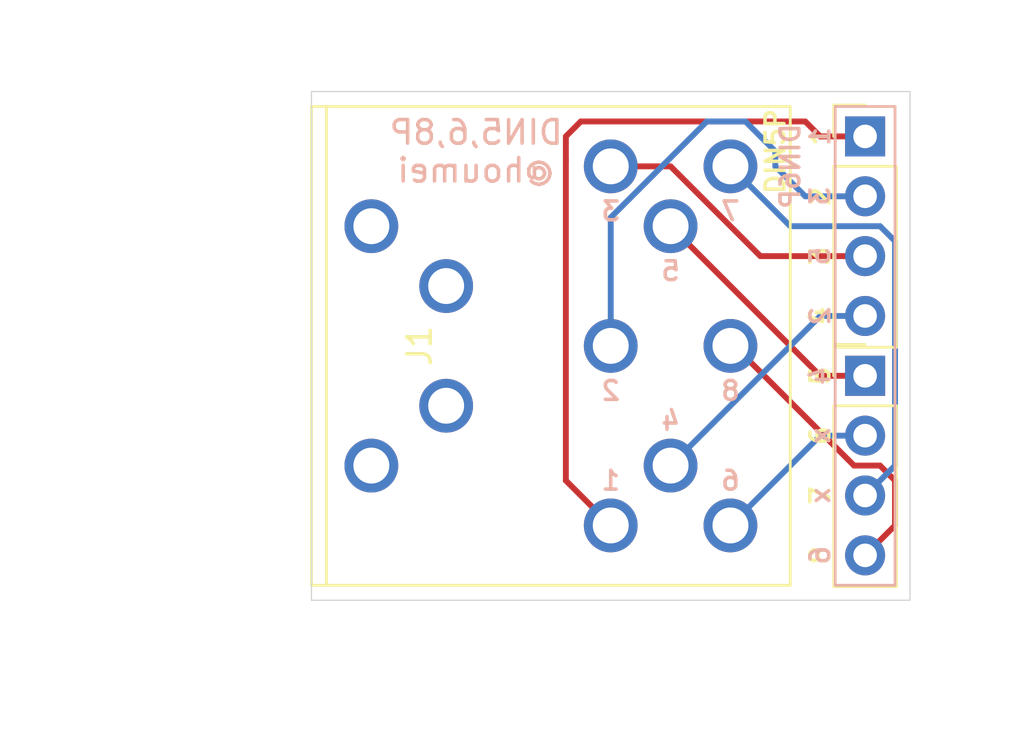
<source format=kicad_pcb>
(kicad_pcb (version 20171130) (host pcbnew "(5.1.8)-1")

  (general
    (thickness 1.6)
    (drawings 39)
    (tracks 34)
    (zones 0)
    (modules 3)
    (nets 9)
  )

  (page A4)
  (layers
    (0 F.Cu signal)
    (31 B.Cu signal)
    (32 B.Adhes user)
    (33 F.Adhes user)
    (34 B.Paste user)
    (35 F.Paste user)
    (36 B.SilkS user)
    (37 F.SilkS user)
    (38 B.Mask user)
    (39 F.Mask user)
    (40 Dwgs.User user)
    (41 Cmts.User user)
    (42 Eco1.User user)
    (43 Eco2.User user)
    (44 Edge.Cuts user)
    (45 Margin user)
    (46 B.CrtYd user)
    (47 F.CrtYd user)
    (48 B.Fab user)
    (49 F.Fab user)
  )

  (setup
    (last_trace_width 0.25)
    (trace_clearance 0.2)
    (zone_clearance 0.508)
    (zone_45_only no)
    (trace_min 0.2)
    (via_size 0.8)
    (via_drill 0.4)
    (via_min_size 0.4)
    (via_min_drill 0.3)
    (uvia_size 0.3)
    (uvia_drill 0.1)
    (uvias_allowed no)
    (uvia_min_size 0.2)
    (uvia_min_drill 0.1)
    (edge_width 0.05)
    (segment_width 0.2)
    (pcb_text_width 0.3)
    (pcb_text_size 1.5 1.5)
    (mod_edge_width 0.12)
    (mod_text_size 1 1)
    (mod_text_width 0.15)
    (pad_size 2.283 2.283)
    (pad_drill 1.524)
    (pad_to_mask_clearance 0)
    (aux_axis_origin 76.2 158.75)
    (grid_origin 76.2 158.75)
    (visible_elements 7FFFFFFF)
    (pcbplotparams
      (layerselection 0x010f0_ffffffff)
      (usegerberextensions true)
      (usegerberattributes false)
      (usegerberadvancedattributes false)
      (creategerberjobfile false)
      (excludeedgelayer true)
      (linewidth 0.100000)
      (plotframeref false)
      (viasonmask true)
      (mode 1)
      (useauxorigin true)
      (hpglpennumber 1)
      (hpglpenspeed 20)
      (hpglpendiameter 15.000000)
      (psnegative false)
      (psa4output false)
      (plotreference true)
      (plotvalue false)
      (plotinvisibletext false)
      (padsonsilk false)
      (subtractmaskfromsilk false)
      (outputformat 1)
      (mirror false)
      (drillshape 0)
      (scaleselection 1)
      (outputdirectory "DIN8GB/"))
  )

  (net 0 "")
  (net 1 D8)
  (net 2 D7)
  (net 3 D6)
  (net 4 D5)
  (net 5 D4)
  (net 6 D3)
  (net 7 D1)
  (net 8 D2)

  (net_class Default "This is the default net class."
    (clearance 0.2)
    (trace_width 0.25)
    (via_dia 0.8)
    (via_drill 0.4)
    (uvia_dia 0.3)
    (uvia_drill 0.1)
    (add_net D1)
    (add_net D2)
    (add_net D3)
    (add_net D4)
    (add_net D5)
    (add_net D6)
    (add_net D7)
    (add_net D8)
  )

  (module 0000:DIN8P (layer F.Cu) (tedit 63A763CD) (tstamp 6356BC06)
    (at 81.28 147.955 270)
    (path /635680B1)
    (fp_text reference J1 (at 0 0.5 90) (layer F.SilkS)
      (effects (font (size 1 1) (thickness 0.15)))
    )
    (fp_text value DIN-8 (at 0 -0.5 90) (layer F.Fab)
      (effects (font (size 1 1) (thickness 0.15)))
    )
    (fp_line (start -10.16 -15.24) (end -10.16 5.08) (layer F.SilkS) (width 0.12))
    (fp_line (start 10.16 -15.24) (end -10.16 -15.24) (layer F.SilkS) (width 0.12))
    (fp_line (start 10.16 5.08) (end 10.16 -15.24) (layer F.SilkS) (width 0.12))
    (fp_line (start -10.16 5.08) (end 10.16 5.08) (layer F.SilkS) (width 0.12))
    (pad 2 thru_hole circle (at 0 -7.62 270) (size 2.283 2.283) (drill 1.524) (layers *.Cu *.Mask)
      (net 8 D2))
    (pad 1 thru_hole circle (at 7.62 -7.62 270) (size 2.283 2.283) (drill 1.524) (layers *.Cu *.Mask)
      (net 7 D1))
    (pad 3 thru_hole circle (at -7.62 -7.62 270) (size 2.283 2.283) (drill 1.524) (layers *.Cu *.Mask)
      (net 6 D3))
    (pad 4 thru_hole circle (at 5.08 -10.16 270) (size 2.283 2.283) (drill 1.524) (layers *.Cu *.Mask)
      (net 5 D4))
    (pad 5 thru_hole circle (at -5.08 -10.16 270) (size 2.283 2.283) (drill 1.524) (layers *.Cu *.Mask)
      (net 4 D5))
    (pad 6 thru_hole circle (at 7.62 -12.7 270) (size 2.283 2.283) (drill 1.524) (layers *.Cu *.Mask)
      (net 3 D6))
    (pad 7 thru_hole circle (at -7.62 -12.7 270) (size 2.283 2.283) (drill 1.524) (layers *.Cu *.Mask)
      (net 2 D7))
    (pad 8 thru_hole circle (at 0 -12.7 270) (size 2.283 2.283) (drill 1.524) (layers *.Cu *.Mask)
      (net 1 D8))
    (pad "" thru_hole circle (at -5.08 2.54 270) (size 2.283 2.283) (drill 1.524) (layers *.Cu *.Mask))
    (pad "" thru_hole circle (at 5.08 2.54 270) (size 2.283 2.283) (drill 1.524) (layers *.Cu *.Mask))
    (pad "" thru_hole circle (at -2.54 -0.635 270) (size 2.283 2.283) (drill 1.524) (layers *.Cu *.Mask))
    (pad "" thru_hole circle (at 2.54 -0.635 270) (size 2.283 2.283) (drill 1.524) (layers *.Cu *.Mask))
  )

  (module Connector_PinHeader_2.54mm:PinHeader_1x04_P2.54mm_Vertical (layer F.Cu) (tedit 59FED5CC) (tstamp 6356BC36)
    (at 99.695 149.225)
    (descr "Through hole straight pin header, 1x04, 2.54mm pitch, single row")
    (tags "Through hole pin header THT 1x04 2.54mm single row")
    (path /6356B27C)
    (fp_text reference J3 (at 0 -2.33) (layer F.SilkS) hide
      (effects (font (size 1 1) (thickness 0.15)))
    )
    (fp_text value Conn_01x04_Male (at 0 9.95) (layer F.Fab)
      (effects (font (size 1 1) (thickness 0.15)))
    )
    (fp_line (start -0.635 -1.27) (end 1.27 -1.27) (layer F.Fab) (width 0.1))
    (fp_line (start 1.27 -1.27) (end 1.27 8.89) (layer F.Fab) (width 0.1))
    (fp_line (start 1.27 8.89) (end -1.27 8.89) (layer F.Fab) (width 0.1))
    (fp_line (start -1.27 8.89) (end -1.27 -0.635) (layer F.Fab) (width 0.1))
    (fp_line (start -1.27 -0.635) (end -0.635 -1.27) (layer F.Fab) (width 0.1))
    (fp_line (start -1.33 8.95) (end 1.33 8.95) (layer F.SilkS) (width 0.12))
    (fp_line (start -1.33 1.27) (end -1.33 8.95) (layer F.SilkS) (width 0.12))
    (fp_line (start 1.33 1.27) (end 1.33 8.95) (layer F.SilkS) (width 0.12))
    (fp_line (start -1.33 1.27) (end 1.33 1.27) (layer F.SilkS) (width 0.12))
    (fp_line (start -1.33 0) (end -1.33 -1.33) (layer F.SilkS) (width 0.12))
    (fp_line (start -1.33 -1.33) (end 0 -1.33) (layer F.SilkS) (width 0.12))
    (fp_line (start -1.8 -1.8) (end -1.8 9.4) (layer F.CrtYd) (width 0.05))
    (fp_line (start -1.8 9.4) (end 1.8 9.4) (layer F.CrtYd) (width 0.05))
    (fp_line (start 1.8 9.4) (end 1.8 -1.8) (layer F.CrtYd) (width 0.05))
    (fp_line (start 1.8 -1.8) (end -1.8 -1.8) (layer F.CrtYd) (width 0.05))
    (fp_text user %R (at 0 3.81 90) (layer F.Fab)
      (effects (font (size 1 1) (thickness 0.15)))
    )
    (pad 4 thru_hole oval (at 0 7.62) (size 1.7 1.7) (drill 1) (layers *.Cu *.Mask)
      (net 1 D8))
    (pad 3 thru_hole oval (at 0 5.08) (size 1.7 1.7) (drill 1) (layers *.Cu *.Mask)
      (net 2 D7))
    (pad 2 thru_hole oval (at 0 2.54) (size 1.7 1.7) (drill 1) (layers *.Cu *.Mask)
      (net 3 D6))
    (pad 1 thru_hole rect (at 0 0) (size 1.7 1.7) (drill 1) (layers *.Cu *.Mask)
      (net 4 D5))
    (model ${KISYS3DMOD}/Connector_PinHeader_2.54mm.3dshapes/PinHeader_1x04_P2.54mm_Vertical.wrl
      (at (xyz 0 0 0))
      (scale (xyz 1 1 1))
      (rotate (xyz 0 0 0))
    )
  )

  (module Connector_PinHeader_2.54mm:PinHeader_1x04_P2.54mm_Vertical (layer F.Cu) (tedit 59FED5CC) (tstamp 6356BC1E)
    (at 99.695 139.065)
    (descr "Through hole straight pin header, 1x04, 2.54mm pitch, single row")
    (tags "Through hole pin header THT 1x04 2.54mm single row")
    (path /6356985E)
    (fp_text reference J2 (at 0 -2.33) (layer F.SilkS) hide
      (effects (font (size 1 1) (thickness 0.15)))
    )
    (fp_text value Conn_01x04_Male (at 0 9.95) (layer F.Fab)
      (effects (font (size 1 1) (thickness 0.15)))
    )
    (fp_line (start -0.635 -1.27) (end 1.27 -1.27) (layer F.Fab) (width 0.1))
    (fp_line (start 1.27 -1.27) (end 1.27 8.89) (layer F.Fab) (width 0.1))
    (fp_line (start 1.27 8.89) (end -1.27 8.89) (layer F.Fab) (width 0.1))
    (fp_line (start -1.27 8.89) (end -1.27 -0.635) (layer F.Fab) (width 0.1))
    (fp_line (start -1.27 -0.635) (end -0.635 -1.27) (layer F.Fab) (width 0.1))
    (fp_line (start -1.33 8.95) (end 1.33 8.95) (layer F.SilkS) (width 0.12))
    (fp_line (start -1.33 1.27) (end -1.33 8.95) (layer F.SilkS) (width 0.12))
    (fp_line (start 1.33 1.27) (end 1.33 8.95) (layer F.SilkS) (width 0.12))
    (fp_line (start -1.33 1.27) (end 1.33 1.27) (layer F.SilkS) (width 0.12))
    (fp_line (start -1.33 0) (end -1.33 -1.33) (layer F.SilkS) (width 0.12))
    (fp_line (start -1.33 -1.33) (end 0 -1.33) (layer F.SilkS) (width 0.12))
    (fp_line (start -1.8 -1.8) (end -1.8 9.4) (layer F.CrtYd) (width 0.05))
    (fp_line (start -1.8 9.4) (end 1.8 9.4) (layer F.CrtYd) (width 0.05))
    (fp_line (start 1.8 9.4) (end 1.8 -1.8) (layer F.CrtYd) (width 0.05))
    (fp_line (start 1.8 -1.8) (end -1.8 -1.8) (layer F.CrtYd) (width 0.05))
    (fp_text user %R (at 0 3.81 90) (layer F.Fab)
      (effects (font (size 1 1) (thickness 0.15)))
    )
    (pad 4 thru_hole oval (at 0 7.62) (size 1.7 1.7) (drill 1) (layers *.Cu *.Mask)
      (net 5 D4))
    (pad 3 thru_hole oval (at 0 5.08) (size 1.7 1.7) (drill 1) (layers *.Cu *.Mask)
      (net 6 D3))
    (pad 2 thru_hole oval (at 0 2.54) (size 1.7 1.7) (drill 1) (layers *.Cu *.Mask)
      (net 8 D2))
    (pad 1 thru_hole rect (at 0 0) (size 1.7 1.7) (drill 1) (layers *.Cu *.Mask)
      (net 7 D1))
    (model ${KISYS3DMOD}/Connector_PinHeader_2.54mm.3dshapes/PinHeader_1x04_P2.54mm_Vertical.wrl
      (at (xyz 0 0 0))
      (scale (xyz 1 1 1))
      (rotate (xyz 0 0 0))
    )
  )

  (gr_text "DIN5,6,8P\n@houmei" (at 83.185 139.7) (layer B.SilkS)
    (effects (font (size 1 1) (thickness 0.15)) (justify mirror))
  )
  (gr_text 4 (at 91.44 151.13) (layer B.SilkS) (tstamp 6357E635)
    (effects (font (size 0.8 0.8) (thickness 0.15)) (justify mirror))
  )
  (gr_text 6 (at 93.98 153.67) (layer B.SilkS) (tstamp 6357E62D)
    (effects (font (size 0.8 0.8) (thickness 0.15)) (justify mirror))
  )
  (gr_text 1 (at 88.9 153.67) (layer B.SilkS) (tstamp 6357E625)
    (effects (font (size 0.8 0.8) (thickness 0.15)) (justify mirror))
  )
  (gr_text 8 (at 93.98 149.86) (layer B.SilkS) (tstamp 6357E61D)
    (effects (font (size 0.8 0.8) (thickness 0.15)) (justify mirror))
  )
  (gr_text 2 (at 88.9 149.86) (layer B.SilkS) (tstamp 6357E614)
    (effects (font (size 0.8 0.8) (thickness 0.15)) (justify mirror))
  )
  (gr_text 5 (at 91.44 144.78) (layer B.SilkS) (tstamp 6357E60B)
    (effects (font (size 0.8 0.8) (thickness 0.15)) (justify mirror))
  )
  (gr_text 7 (at 93.98 142.24) (layer B.SilkS) (tstamp 6357E602)
    (effects (font (size 0.8 0.8) (thickness 0.15)) (justify mirror))
  )
  (gr_text 3 (at 88.9 142.24) (layer B.SilkS) (tstamp 6357E5EF)
    (effects (font (size 0.8 0.8) (thickness 0.15)) (justify mirror))
  )
  (gr_text DIN5P (at 95.885 139.7 90) (layer F.SilkS) (tstamp 6357DD73)
    (effects (font (size 0.8 0.8) (thickness 0.15)))
  )
  (gr_text DIN6P (at 96.52 140.335 90) (layer B.SilkS) (tstamp 6357DD4C)
    (effects (font (size 0.8 0.8) (thickness 0.15)) (justify mirror))
  )
  (gr_line (start 98.425 158.115) (end 98.425 137.795) (layer B.SilkS) (width 0.12) (tstamp 6357DD2D))
  (gr_line (start 100.965 158.115) (end 98.425 158.115) (layer B.SilkS) (width 0.12))
  (gr_line (start 100.965 137.795) (end 100.965 158.115) (layer B.SilkS) (width 0.12))
  (gr_line (start 98.425 137.795) (end 100.965 137.795) (layer B.SilkS) (width 0.12))
  (gr_text x (at 97.79 151.765 90) (layer B.SilkS) (tstamp 6357DCC0)
    (effects (font (size 0.8 0.8) (thickness 0.15)) (justify mirror))
  )
  (gr_text x (at 97.79 154.305 90) (layer B.SilkS) (tstamp 6357DCB7)
    (effects (font (size 0.8 0.8) (thickness 0.15)) (justify mirror))
  )
  (gr_text 6 (at 97.79 156.845 90) (layer B.SilkS) (tstamp 6357DCA0)
    (effects (font (size 0.8 0.8) (thickness 0.15)) (justify mirror))
  )
  (gr_text 4 (at 97.79 149.225 90) (layer B.SilkS) (tstamp 6357DC7F)
    (effects (font (size 0.8 0.8) (thickness 0.15)) (justify mirror))
  )
  (gr_text 2 (at 97.79 146.685 90) (layer B.SilkS) (tstamp 6357DC72)
    (effects (font (size 0.8 0.8) (thickness 0.15)) (justify mirror))
  )
  (gr_text 5 (at 97.79 144.145 90) (layer B.SilkS) (tstamp 6357DC55)
    (effects (font (size 0.8 0.8) (thickness 0.15)) (justify mirror))
  )
  (gr_text 3 (at 97.79 141.605 90) (layer B.SilkS) (tstamp 6357DC3A)
    (effects (font (size 0.8 0.8) (thickness 0.15)) (justify mirror))
  )
  (gr_text 1 (at 97.79 139.065 90) (layer B.SilkS) (tstamp 6357DC2D)
    (effects (font (size 0.8 0.8) (thickness 0.15)) (justify mirror))
  )
  (gr_text 8 (at 97.79 156.845 90) (layer F.SilkS) (tstamp 6357DC0D)
    (effects (font (size 0.8 0.8) (thickness 0.15)))
  )
  (gr_text 7 (at 97.79 154.305 90) (layer F.SilkS) (tstamp 6357DC04)
    (effects (font (size 0.8 0.8) (thickness 0.15)))
  )
  (gr_text 6 (at 97.79 151.765 90) (layer F.SilkS) (tstamp 6357DBFA)
    (effects (font (size 0.8 0.8) (thickness 0.15)))
  )
  (gr_text 5 (at 97.79 149.225 90) (layer F.SilkS) (tstamp 6357DBF0)
    (effects (font (size 0.8 0.8) (thickness 0.15)))
  )
  (gr_text 4 (at 97.79 146.685 90) (layer F.SilkS) (tstamp 6357DBD0)
    (effects (font (size 0.8 0.8) (thickness 0.15)))
  )
  (gr_text 3 (at 97.79 144.145 90) (layer F.SilkS) (tstamp 6357DBC7)
    (effects (font (size 0.8 0.8) (thickness 0.15)))
  )
  (gr_text 2 (at 97.79 141.605 90) (layer F.SilkS) (tstamp 6357DBB5)
    (effects (font (size 0.8 0.8) (thickness 0.15)))
  )
  (gr_text 1 (at 97.79 139.065 90) (layer F.SilkS)
    (effects (font (size 0.8 0.8) (thickness 0.15)))
  )
  (dimension 21.59 (width 0.15) (layer Dwgs.User)
    (gr_text "21.590 mm" (at 66.645 147.955 270) (layer Dwgs.User)
      (effects (font (size 1 1) (thickness 0.15)))
    )
    (feature1 (pts (xy 69.215 158.75) (xy 67.358579 158.75)))
    (feature2 (pts (xy 69.215 137.16) (xy 67.358579 137.16)))
    (crossbar (pts (xy 67.945 137.16) (xy 67.945 158.75)))
    (arrow1a (pts (xy 67.945 158.75) (xy 67.358579 157.623496)))
    (arrow1b (pts (xy 67.945 158.75) (xy 68.531421 157.623496)))
    (arrow2a (pts (xy 67.945 137.16) (xy 67.358579 138.286504)))
    (arrow2b (pts (xy 67.945 137.16) (xy 68.531421 138.286504)))
  )
  (gr_line (start 76.2 137.16) (end 76.2 158.75) (layer Edge.Cuts) (width 0.05) (tstamp 6357D9ED))
  (gr_line (start 101.6 137.16) (end 76.2 137.16) (layer Edge.Cuts) (width 0.05))
  (gr_line (start 101.6 158.75) (end 101.6 137.16) (layer Edge.Cuts) (width 0.05))
  (gr_line (start 76.2 158.75) (end 101.6 158.75) (layer Edge.Cuts) (width 0.05))
  (gr_line (start 76.835 137.795) (end 76.835 158.115) (layer F.SilkS) (width 0.12))
  (dimension 25.4 (width 0.15) (layer Dwgs.User)
    (gr_text "25.400 mm" (at 72.42 146.05 90) (layer Dwgs.User)
      (effects (font (size 1 1) (thickness 0.15)))
    )
    (feature1 (pts (xy 69.85 133.35) (xy 71.706421 133.35)))
    (feature2 (pts (xy 69.85 158.75) (xy 71.706421 158.75)))
    (crossbar (pts (xy 71.12 158.75) (xy 71.12 133.35)))
    (arrow1a (pts (xy 71.12 133.35) (xy 71.706421 134.476504)))
    (arrow1b (pts (xy 71.12 133.35) (xy 70.533579 134.476504)))
    (arrow2a (pts (xy 71.12 158.75) (xy 71.706421 157.623496)))
    (arrow2b (pts (xy 71.12 158.75) (xy 70.533579 157.623496)))
  )
  (dimension 25.4 (width 0.15) (layer Dwgs.User)
    (gr_text "25.400 mm" (at 88.9 162.53) (layer Dwgs.User)
      (effects (font (size 1 1) (thickness 0.15)))
    )
    (feature1 (pts (xy 101.6 165.1) (xy 101.6 163.243579)))
    (feature2 (pts (xy 76.2 165.1) (xy 76.2 163.243579)))
    (crossbar (pts (xy 76.2 163.83) (xy 101.6 163.83)))
    (arrow1a (pts (xy 101.6 163.83) (xy 100.473496 164.416421)))
    (arrow1b (pts (xy 101.6 163.83) (xy 100.473496 163.243579)))
    (arrow2a (pts (xy 76.2 163.83) (xy 77.326504 164.416421)))
    (arrow2b (pts (xy 76.2 163.83) (xy 77.326504 163.243579)))
  )

  (segment (start 94.145998 147.955) (end 93.98 147.955) (width 0.25) (layer F.Cu) (net 1))
  (segment (start 100.33 153.035) (end 99.225998 153.035) (width 0.25) (layer F.Cu) (net 1))
  (segment (start 100.965 153.67) (end 100.33 153.035) (width 0.25) (layer F.Cu) (net 1))
  (segment (start 100.965 155.575) (end 100.965 153.67) (width 0.25) (layer F.Cu) (net 1))
  (segment (start 99.225998 153.035) (end 94.145998 147.955) (width 0.25) (layer F.Cu) (net 1))
  (segment (start 99.695 156.845) (end 100.965 155.575) (width 0.25) (layer F.Cu) (net 1))
  (segment (start 100.965 153.035) (end 99.695 154.305) (width 0.25) (layer B.Cu) (net 2))
  (segment (start 100.965 143.51) (end 100.965 153.035) (width 0.25) (layer B.Cu) (net 2))
  (segment (start 100.33 142.875) (end 100.965 143.51) (width 0.25) (layer B.Cu) (net 2))
  (segment (start 96.52 142.875) (end 100.33 142.875) (width 0.25) (layer B.Cu) (net 2))
  (segment (start 93.98 140.335) (end 96.52 142.875) (width 0.25) (layer B.Cu) (net 2))
  (segment (start 93.98 155.575) (end 97.79 151.765) (width 0.25) (layer B.Cu) (net 3))
  (segment (start 99.695 151.765) (end 97.79 151.765) (width 0.25) (layer B.Cu) (net 3))
  (segment (start 91.44 142.875) (end 97.79 149.225) (width 0.25) (layer F.Cu) (net 4))
  (segment (start 99.695 149.225) (end 97.79 149.225) (width 0.25) (layer F.Cu) (net 4))
  (segment (start 91.44 153.035) (end 97.79 146.685) (width 0.25) (layer B.Cu) (net 5))
  (segment (start 99.695 146.685) (end 97.79 146.685) (width 0.25) (layer B.Cu) (net 5))
  (segment (start 99.695 144.145) (end 95.25 144.145) (width 0.25) (layer F.Cu) (net 6))
  (segment (start 91.44 140.335) (end 88.9 140.335) (width 0.25) (layer F.Cu) (net 6))
  (segment (start 95.25 144.145) (end 91.44 140.335) (width 0.25) (layer F.Cu) (net 6))
  (segment (start 86.995 153.67) (end 88.9 155.575) (width 0.25) (layer F.Cu) (net 7))
  (segment (start 86.995 140.069578) (end 86.995 153.67) (width 0.25) (layer F.Cu) (net 7))
  (segment (start 86.995 139.065) (end 86.995 140.069578) (width 0.25) (layer F.Cu) (net 7))
  (segment (start 87.63 138.43) (end 86.995 139.065) (width 0.25) (layer F.Cu) (net 7))
  (segment (start 97.155 138.43) (end 87.63 138.43) (width 0.25) (layer F.Cu) (net 7))
  (segment (start 97.79 139.065) (end 97.155 138.43) (width 0.25) (layer F.Cu) (net 7))
  (segment (start 99.695 139.065) (end 97.79 139.065) (width 0.25) (layer F.Cu) (net 7))
  (segment (start 97.155 141.605) (end 99.695 141.605) (width 0.25) (layer B.Cu) (net 8))
  (segment (start 95.885 139.7) (end 95.885 140.335) (width 0.25) (layer B.Cu) (net 8))
  (segment (start 95.885 140.335) (end 97.155 141.605) (width 0.25) (layer B.Cu) (net 8))
  (segment (start 94.615 138.43) (end 95.885 139.7) (width 0.25) (layer B.Cu) (net 8))
  (segment (start 92.975422 138.43) (end 94.615 138.43) (width 0.25) (layer B.Cu) (net 8))
  (segment (start 88.9 142.505422) (end 92.975422 138.43) (width 0.25) (layer B.Cu) (net 8))
  (segment (start 88.9 147.955) (end 88.9 142.505422) (width 0.25) (layer B.Cu) (net 8))

)

</source>
